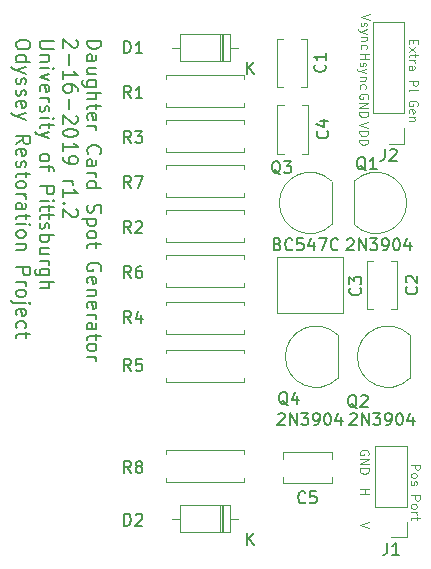
<source format=gbr>
G04 #@! TF.GenerationSoftware,KiCad,Pcbnew,(5.0.1)-3*
G04 #@! TF.CreationDate,2019-02-16T15:36:24-05:00*
G04 #@! TF.ProjectId,OdysseyDaughterCardSpotGenerator,4F647973736579446175676874657243,1.2*
G04 #@! TF.SameCoordinates,Original*
G04 #@! TF.FileFunction,Legend,Top*
G04 #@! TF.FilePolarity,Positive*
%FSLAX46Y46*%
G04 Gerber Fmt 4.6, Leading zero omitted, Abs format (unit mm)*
G04 Created by KiCad (PCBNEW (5.0.1)-3) date 2/16/2019 3:36:24 PM*
%MOMM*%
%LPD*%
G01*
G04 APERTURE LIST*
%ADD10C,0.100000*%
%ADD11C,0.200000*%
%ADD12C,0.120000*%
%ADD13C,0.150000*%
G04 APERTURE END LIST*
D10*
X154779214Y-87074500D02*
X154029214Y-87324500D01*
X154779214Y-87574500D01*
X154029214Y-87824500D02*
X154779214Y-87824500D01*
X154779214Y-88003071D01*
X154743500Y-88110214D01*
X154672071Y-88181642D01*
X154600642Y-88217357D01*
X154457785Y-88253071D01*
X154350642Y-88253071D01*
X154207785Y-88217357D01*
X154136357Y-88181642D01*
X154064928Y-88110214D01*
X154029214Y-88003071D01*
X154029214Y-87824500D01*
X154029214Y-88574500D02*
X154779214Y-88574500D01*
X154779214Y-88753071D01*
X154743500Y-88860214D01*
X154672071Y-88931642D01*
X154600642Y-88967357D01*
X154457785Y-89003071D01*
X154350642Y-89003071D01*
X154207785Y-88967357D01*
X154136357Y-88931642D01*
X154064928Y-88860214D01*
X154029214Y-88753071D01*
X154029214Y-88574500D01*
X154743500Y-85090071D02*
X154779214Y-85018642D01*
X154779214Y-84911500D01*
X154743500Y-84804357D01*
X154672071Y-84732928D01*
X154600642Y-84697214D01*
X154457785Y-84661500D01*
X154350642Y-84661500D01*
X154207785Y-84697214D01*
X154136357Y-84732928D01*
X154064928Y-84804357D01*
X154029214Y-84911500D01*
X154029214Y-84982928D01*
X154064928Y-85090071D01*
X154100642Y-85125785D01*
X154350642Y-85125785D01*
X154350642Y-84982928D01*
X154029214Y-85447214D02*
X154779214Y-85447214D01*
X154029214Y-85875785D01*
X154779214Y-85875785D01*
X154029214Y-86232928D02*
X154779214Y-86232928D01*
X154779214Y-86411500D01*
X154743500Y-86518642D01*
X154672071Y-86590071D01*
X154600642Y-86625785D01*
X154457785Y-86661500D01*
X154350642Y-86661500D01*
X154207785Y-86625785D01*
X154136357Y-86590071D01*
X154064928Y-86518642D01*
X154029214Y-86411500D01*
X154029214Y-86232928D01*
X154092714Y-81276214D02*
X154842714Y-81276214D01*
X154485571Y-81276214D02*
X154485571Y-81704785D01*
X154092714Y-81704785D02*
X154842714Y-81704785D01*
X154128428Y-82026214D02*
X154092714Y-82097642D01*
X154092714Y-82240500D01*
X154128428Y-82311928D01*
X154199857Y-82347642D01*
X154235571Y-82347642D01*
X154307000Y-82311928D01*
X154342714Y-82240500D01*
X154342714Y-82133357D01*
X154378428Y-82061928D01*
X154449857Y-82026214D01*
X154485571Y-82026214D01*
X154557000Y-82061928D01*
X154592714Y-82133357D01*
X154592714Y-82240500D01*
X154557000Y-82311928D01*
X154592714Y-82597642D02*
X154092714Y-82776214D01*
X154592714Y-82954785D02*
X154092714Y-82776214D01*
X153914142Y-82704785D01*
X153878428Y-82669071D01*
X153842714Y-82597642D01*
X154592714Y-83240500D02*
X154092714Y-83240500D01*
X154521285Y-83240500D02*
X154557000Y-83276214D01*
X154592714Y-83347642D01*
X154592714Y-83454785D01*
X154557000Y-83526214D01*
X154485571Y-83561928D01*
X154092714Y-83561928D01*
X154128428Y-84240500D02*
X154092714Y-84169071D01*
X154092714Y-84026214D01*
X154128428Y-83954785D01*
X154164142Y-83919071D01*
X154235571Y-83883357D01*
X154449857Y-83883357D01*
X154521285Y-83919071D01*
X154557000Y-83954785D01*
X154592714Y-84026214D01*
X154592714Y-84169071D01*
X154557000Y-84240500D01*
X154906214Y-77938500D02*
X154156214Y-78188500D01*
X154906214Y-78438500D01*
X154191928Y-78652785D02*
X154156214Y-78724214D01*
X154156214Y-78867071D01*
X154191928Y-78938500D01*
X154263357Y-78974214D01*
X154299071Y-78974214D01*
X154370500Y-78938500D01*
X154406214Y-78867071D01*
X154406214Y-78759928D01*
X154441928Y-78688500D01*
X154513357Y-78652785D01*
X154549071Y-78652785D01*
X154620500Y-78688500D01*
X154656214Y-78759928D01*
X154656214Y-78867071D01*
X154620500Y-78938500D01*
X154656214Y-79224214D02*
X154156214Y-79402785D01*
X154656214Y-79581357D02*
X154156214Y-79402785D01*
X153977642Y-79331357D01*
X153941928Y-79295642D01*
X153906214Y-79224214D01*
X154656214Y-79867071D02*
X154156214Y-79867071D01*
X154584785Y-79867071D02*
X154620500Y-79902785D01*
X154656214Y-79974214D01*
X154656214Y-80081357D01*
X154620500Y-80152785D01*
X154549071Y-80188500D01*
X154156214Y-80188500D01*
X154191928Y-80867071D02*
X154156214Y-80795642D01*
X154156214Y-80652785D01*
X154191928Y-80581357D01*
X154227642Y-80545642D01*
X154299071Y-80509928D01*
X154513357Y-80509928D01*
X154584785Y-80545642D01*
X154620500Y-80581357D01*
X154656214Y-80652785D01*
X154656214Y-80795642D01*
X154620500Y-80867071D01*
X158613071Y-80137428D02*
X158613071Y-80387428D01*
X158220214Y-80494571D02*
X158220214Y-80137428D01*
X158970214Y-80137428D01*
X158970214Y-80494571D01*
X158220214Y-80744571D02*
X158720214Y-81137428D01*
X158720214Y-80744571D02*
X158220214Y-81137428D01*
X158720214Y-81316000D02*
X158720214Y-81601714D01*
X158970214Y-81423142D02*
X158327357Y-81423142D01*
X158255928Y-81458857D01*
X158220214Y-81530285D01*
X158220214Y-81601714D01*
X158220214Y-81851714D02*
X158720214Y-81851714D01*
X158577357Y-81851714D02*
X158648785Y-81887428D01*
X158684500Y-81923142D01*
X158720214Y-81994571D01*
X158720214Y-82066000D01*
X158220214Y-82637428D02*
X158613071Y-82637428D01*
X158684500Y-82601714D01*
X158720214Y-82530285D01*
X158720214Y-82387428D01*
X158684500Y-82316000D01*
X158255928Y-82637428D02*
X158220214Y-82566000D01*
X158220214Y-82387428D01*
X158255928Y-82316000D01*
X158327357Y-82280285D01*
X158398785Y-82280285D01*
X158470214Y-82316000D01*
X158505928Y-82387428D01*
X158505928Y-82566000D01*
X158541642Y-82637428D01*
X158220214Y-83566000D02*
X158970214Y-83566000D01*
X158970214Y-83851714D01*
X158934500Y-83923142D01*
X158898785Y-83958857D01*
X158827357Y-83994571D01*
X158720214Y-83994571D01*
X158648785Y-83958857D01*
X158613071Y-83923142D01*
X158577357Y-83851714D01*
X158577357Y-83566000D01*
X158220214Y-84423142D02*
X158255928Y-84351714D01*
X158327357Y-84316000D01*
X158970214Y-84316000D01*
X158934500Y-85673142D02*
X158970214Y-85601714D01*
X158970214Y-85494571D01*
X158934500Y-85387428D01*
X158863071Y-85316000D01*
X158791642Y-85280285D01*
X158648785Y-85244571D01*
X158541642Y-85244571D01*
X158398785Y-85280285D01*
X158327357Y-85316000D01*
X158255928Y-85387428D01*
X158220214Y-85494571D01*
X158220214Y-85566000D01*
X158255928Y-85673142D01*
X158291642Y-85708857D01*
X158541642Y-85708857D01*
X158541642Y-85566000D01*
X158255928Y-86316000D02*
X158220214Y-86244571D01*
X158220214Y-86101714D01*
X158255928Y-86030285D01*
X158327357Y-85994571D01*
X158613071Y-85994571D01*
X158684500Y-86030285D01*
X158720214Y-86101714D01*
X158720214Y-86244571D01*
X158684500Y-86316000D01*
X158613071Y-86351714D01*
X158541642Y-86351714D01*
X158470214Y-85994571D01*
X158720214Y-86673142D02*
X158220214Y-86673142D01*
X158648785Y-86673142D02*
X158684500Y-86708857D01*
X158720214Y-86780285D01*
X158720214Y-86887428D01*
X158684500Y-86958857D01*
X158613071Y-86994571D01*
X158220214Y-86994571D01*
X154842714Y-120908000D02*
X154092714Y-121158000D01*
X154842714Y-121408000D01*
X154092714Y-118149714D02*
X154842714Y-118149714D01*
X154485571Y-118149714D02*
X154485571Y-118578285D01*
X154092714Y-118578285D02*
X154842714Y-118578285D01*
X154807000Y-115252571D02*
X154842714Y-115181142D01*
X154842714Y-115074000D01*
X154807000Y-114966857D01*
X154735571Y-114895428D01*
X154664142Y-114859714D01*
X154521285Y-114824000D01*
X154414142Y-114824000D01*
X154271285Y-114859714D01*
X154199857Y-114895428D01*
X154128428Y-114966857D01*
X154092714Y-115074000D01*
X154092714Y-115145428D01*
X154128428Y-115252571D01*
X154164142Y-115288285D01*
X154414142Y-115288285D01*
X154414142Y-115145428D01*
X154092714Y-115609714D02*
X154842714Y-115609714D01*
X154092714Y-116038285D01*
X154842714Y-116038285D01*
X154092714Y-116395428D02*
X154842714Y-116395428D01*
X154842714Y-116574000D01*
X154807000Y-116681142D01*
X154735571Y-116752571D01*
X154664142Y-116788285D01*
X154521285Y-116824000D01*
X154414142Y-116824000D01*
X154271285Y-116788285D01*
X154199857Y-116752571D01*
X154128428Y-116681142D01*
X154092714Y-116574000D01*
X154092714Y-116395428D01*
X158410714Y-116078285D02*
X159160714Y-116078285D01*
X159160714Y-116364000D01*
X159125000Y-116435428D01*
X159089285Y-116471142D01*
X159017857Y-116506857D01*
X158910714Y-116506857D01*
X158839285Y-116471142D01*
X158803571Y-116435428D01*
X158767857Y-116364000D01*
X158767857Y-116078285D01*
X158410714Y-116935428D02*
X158446428Y-116864000D01*
X158482142Y-116828285D01*
X158553571Y-116792571D01*
X158767857Y-116792571D01*
X158839285Y-116828285D01*
X158875000Y-116864000D01*
X158910714Y-116935428D01*
X158910714Y-117042571D01*
X158875000Y-117114000D01*
X158839285Y-117149714D01*
X158767857Y-117185428D01*
X158553571Y-117185428D01*
X158482142Y-117149714D01*
X158446428Y-117114000D01*
X158410714Y-117042571D01*
X158410714Y-116935428D01*
X158446428Y-117471142D02*
X158410714Y-117542571D01*
X158410714Y-117685428D01*
X158446428Y-117756857D01*
X158517857Y-117792571D01*
X158553571Y-117792571D01*
X158625000Y-117756857D01*
X158660714Y-117685428D01*
X158660714Y-117578285D01*
X158696428Y-117506857D01*
X158767857Y-117471142D01*
X158803571Y-117471142D01*
X158875000Y-117506857D01*
X158910714Y-117578285D01*
X158910714Y-117685428D01*
X158875000Y-117756857D01*
X158410714Y-118685428D02*
X159160714Y-118685428D01*
X159160714Y-118971142D01*
X159125000Y-119042571D01*
X159089285Y-119078285D01*
X159017857Y-119114000D01*
X158910714Y-119114000D01*
X158839285Y-119078285D01*
X158803571Y-119042571D01*
X158767857Y-118971142D01*
X158767857Y-118685428D01*
X158410714Y-119542571D02*
X158446428Y-119471142D01*
X158482142Y-119435428D01*
X158553571Y-119399714D01*
X158767857Y-119399714D01*
X158839285Y-119435428D01*
X158875000Y-119471142D01*
X158910714Y-119542571D01*
X158910714Y-119649714D01*
X158875000Y-119721142D01*
X158839285Y-119756857D01*
X158767857Y-119792571D01*
X158553571Y-119792571D01*
X158482142Y-119756857D01*
X158446428Y-119721142D01*
X158410714Y-119649714D01*
X158410714Y-119542571D01*
X158410714Y-120114000D02*
X158910714Y-120114000D01*
X158767857Y-120114000D02*
X158839285Y-120149714D01*
X158875000Y-120185428D01*
X158910714Y-120256857D01*
X158910714Y-120328285D01*
X158910714Y-120471142D02*
X158910714Y-120756857D01*
X159160714Y-120578285D02*
X158517857Y-120578285D01*
X158446428Y-120614000D01*
X158410714Y-120685428D01*
X158410714Y-120756857D01*
D11*
X130981142Y-80171714D02*
X132181142Y-80171714D01*
X132181142Y-80457428D01*
X132124000Y-80628857D01*
X132009714Y-80743142D01*
X131895428Y-80800285D01*
X131666857Y-80857428D01*
X131495428Y-80857428D01*
X131266857Y-80800285D01*
X131152571Y-80743142D01*
X131038285Y-80628857D01*
X130981142Y-80457428D01*
X130981142Y-80171714D01*
X130981142Y-81886000D02*
X131609714Y-81886000D01*
X131724000Y-81828857D01*
X131781142Y-81714571D01*
X131781142Y-81486000D01*
X131724000Y-81371714D01*
X131038285Y-81886000D02*
X130981142Y-81771714D01*
X130981142Y-81486000D01*
X131038285Y-81371714D01*
X131152571Y-81314571D01*
X131266857Y-81314571D01*
X131381142Y-81371714D01*
X131438285Y-81486000D01*
X131438285Y-81771714D01*
X131495428Y-81886000D01*
X131781142Y-82971714D02*
X130981142Y-82971714D01*
X131781142Y-82457428D02*
X131152571Y-82457428D01*
X131038285Y-82514571D01*
X130981142Y-82628857D01*
X130981142Y-82800285D01*
X131038285Y-82914571D01*
X131095428Y-82971714D01*
X131781142Y-84057428D02*
X130809714Y-84057428D01*
X130695428Y-84000285D01*
X130638285Y-83943142D01*
X130581142Y-83828857D01*
X130581142Y-83657428D01*
X130638285Y-83543142D01*
X131038285Y-84057428D02*
X130981142Y-83943142D01*
X130981142Y-83714571D01*
X131038285Y-83600285D01*
X131095428Y-83543142D01*
X131209714Y-83486000D01*
X131552571Y-83486000D01*
X131666857Y-83543142D01*
X131724000Y-83600285D01*
X131781142Y-83714571D01*
X131781142Y-83943142D01*
X131724000Y-84057428D01*
X130981142Y-84628857D02*
X132181142Y-84628857D01*
X130981142Y-85143142D02*
X131609714Y-85143142D01*
X131724000Y-85086000D01*
X131781142Y-84971714D01*
X131781142Y-84800285D01*
X131724000Y-84686000D01*
X131666857Y-84628857D01*
X131781142Y-85543142D02*
X131781142Y-86000285D01*
X132181142Y-85714571D02*
X131152571Y-85714571D01*
X131038285Y-85771714D01*
X130981142Y-85886000D01*
X130981142Y-86000285D01*
X131038285Y-86857428D02*
X130981142Y-86743142D01*
X130981142Y-86514571D01*
X131038285Y-86400285D01*
X131152571Y-86343142D01*
X131609714Y-86343142D01*
X131724000Y-86400285D01*
X131781142Y-86514571D01*
X131781142Y-86743142D01*
X131724000Y-86857428D01*
X131609714Y-86914571D01*
X131495428Y-86914571D01*
X131381142Y-86343142D01*
X130981142Y-87428857D02*
X131781142Y-87428857D01*
X131552571Y-87428857D02*
X131666857Y-87486000D01*
X131724000Y-87543142D01*
X131781142Y-87657428D01*
X131781142Y-87771714D01*
X131095428Y-89771714D02*
X131038285Y-89714571D01*
X130981142Y-89543142D01*
X130981142Y-89428857D01*
X131038285Y-89257428D01*
X131152571Y-89143142D01*
X131266857Y-89086000D01*
X131495428Y-89028857D01*
X131666857Y-89028857D01*
X131895428Y-89086000D01*
X132009714Y-89143142D01*
X132124000Y-89257428D01*
X132181142Y-89428857D01*
X132181142Y-89543142D01*
X132124000Y-89714571D01*
X132066857Y-89771714D01*
X130981142Y-90800285D02*
X131609714Y-90800285D01*
X131724000Y-90743142D01*
X131781142Y-90628857D01*
X131781142Y-90400285D01*
X131724000Y-90286000D01*
X131038285Y-90800285D02*
X130981142Y-90686000D01*
X130981142Y-90400285D01*
X131038285Y-90286000D01*
X131152571Y-90228857D01*
X131266857Y-90228857D01*
X131381142Y-90286000D01*
X131438285Y-90400285D01*
X131438285Y-90686000D01*
X131495428Y-90800285D01*
X130981142Y-91371714D02*
X131781142Y-91371714D01*
X131552571Y-91371714D02*
X131666857Y-91428857D01*
X131724000Y-91486000D01*
X131781142Y-91600285D01*
X131781142Y-91714571D01*
X130981142Y-92628857D02*
X132181142Y-92628857D01*
X131038285Y-92628857D02*
X130981142Y-92514571D01*
X130981142Y-92286000D01*
X131038285Y-92171714D01*
X131095428Y-92114571D01*
X131209714Y-92057428D01*
X131552571Y-92057428D01*
X131666857Y-92114571D01*
X131724000Y-92171714D01*
X131781142Y-92286000D01*
X131781142Y-92514571D01*
X131724000Y-92628857D01*
X131038285Y-94057428D02*
X130981142Y-94228857D01*
X130981142Y-94514571D01*
X131038285Y-94628857D01*
X131095428Y-94686000D01*
X131209714Y-94743142D01*
X131324000Y-94743142D01*
X131438285Y-94686000D01*
X131495428Y-94628857D01*
X131552571Y-94514571D01*
X131609714Y-94286000D01*
X131666857Y-94171714D01*
X131724000Y-94114571D01*
X131838285Y-94057428D01*
X131952571Y-94057428D01*
X132066857Y-94114571D01*
X132124000Y-94171714D01*
X132181142Y-94286000D01*
X132181142Y-94571714D01*
X132124000Y-94743142D01*
X131781142Y-95257428D02*
X130581142Y-95257428D01*
X131724000Y-95257428D02*
X131781142Y-95371714D01*
X131781142Y-95600285D01*
X131724000Y-95714571D01*
X131666857Y-95771714D01*
X131552571Y-95828857D01*
X131209714Y-95828857D01*
X131095428Y-95771714D01*
X131038285Y-95714571D01*
X130981142Y-95600285D01*
X130981142Y-95371714D01*
X131038285Y-95257428D01*
X130981142Y-96514571D02*
X131038285Y-96400285D01*
X131095428Y-96343142D01*
X131209714Y-96286000D01*
X131552571Y-96286000D01*
X131666857Y-96343142D01*
X131724000Y-96400285D01*
X131781142Y-96514571D01*
X131781142Y-96686000D01*
X131724000Y-96800285D01*
X131666857Y-96857428D01*
X131552571Y-96914571D01*
X131209714Y-96914571D01*
X131095428Y-96857428D01*
X131038285Y-96800285D01*
X130981142Y-96686000D01*
X130981142Y-96514571D01*
X131781142Y-97257428D02*
X131781142Y-97714571D01*
X132181142Y-97428857D02*
X131152571Y-97428857D01*
X131038285Y-97486000D01*
X130981142Y-97600285D01*
X130981142Y-97714571D01*
X132124000Y-99657428D02*
X132181142Y-99543142D01*
X132181142Y-99371714D01*
X132124000Y-99200285D01*
X132009714Y-99086000D01*
X131895428Y-99028857D01*
X131666857Y-98971714D01*
X131495428Y-98971714D01*
X131266857Y-99028857D01*
X131152571Y-99086000D01*
X131038285Y-99200285D01*
X130981142Y-99371714D01*
X130981142Y-99486000D01*
X131038285Y-99657428D01*
X131095428Y-99714571D01*
X131495428Y-99714571D01*
X131495428Y-99486000D01*
X131038285Y-100686000D02*
X130981142Y-100571714D01*
X130981142Y-100343142D01*
X131038285Y-100228857D01*
X131152571Y-100171714D01*
X131609714Y-100171714D01*
X131724000Y-100228857D01*
X131781142Y-100343142D01*
X131781142Y-100571714D01*
X131724000Y-100686000D01*
X131609714Y-100743142D01*
X131495428Y-100743142D01*
X131381142Y-100171714D01*
X131781142Y-101257428D02*
X130981142Y-101257428D01*
X131666857Y-101257428D02*
X131724000Y-101314571D01*
X131781142Y-101428857D01*
X131781142Y-101600285D01*
X131724000Y-101714571D01*
X131609714Y-101771714D01*
X130981142Y-101771714D01*
X131038285Y-102800285D02*
X130981142Y-102686000D01*
X130981142Y-102457428D01*
X131038285Y-102343142D01*
X131152571Y-102286000D01*
X131609714Y-102286000D01*
X131724000Y-102343142D01*
X131781142Y-102457428D01*
X131781142Y-102686000D01*
X131724000Y-102800285D01*
X131609714Y-102857428D01*
X131495428Y-102857428D01*
X131381142Y-102286000D01*
X130981142Y-103371714D02*
X131781142Y-103371714D01*
X131552571Y-103371714D02*
X131666857Y-103428857D01*
X131724000Y-103486000D01*
X131781142Y-103600285D01*
X131781142Y-103714571D01*
X130981142Y-104628857D02*
X131609714Y-104628857D01*
X131724000Y-104571714D01*
X131781142Y-104457428D01*
X131781142Y-104228857D01*
X131724000Y-104114571D01*
X131038285Y-104628857D02*
X130981142Y-104514571D01*
X130981142Y-104228857D01*
X131038285Y-104114571D01*
X131152571Y-104057428D01*
X131266857Y-104057428D01*
X131381142Y-104114571D01*
X131438285Y-104228857D01*
X131438285Y-104514571D01*
X131495428Y-104628857D01*
X131781142Y-105028857D02*
X131781142Y-105486000D01*
X132181142Y-105200285D02*
X131152571Y-105200285D01*
X131038285Y-105257428D01*
X130981142Y-105371714D01*
X130981142Y-105486000D01*
X130981142Y-106057428D02*
X131038285Y-105943142D01*
X131095428Y-105886000D01*
X131209714Y-105828857D01*
X131552571Y-105828857D01*
X131666857Y-105886000D01*
X131724000Y-105943142D01*
X131781142Y-106057428D01*
X131781142Y-106228857D01*
X131724000Y-106343142D01*
X131666857Y-106400285D01*
X131552571Y-106457428D01*
X131209714Y-106457428D01*
X131095428Y-106400285D01*
X131038285Y-106343142D01*
X130981142Y-106228857D01*
X130981142Y-106057428D01*
X130981142Y-106971714D02*
X131781142Y-106971714D01*
X131552571Y-106971714D02*
X131666857Y-107028857D01*
X131724000Y-107086000D01*
X131781142Y-107200285D01*
X131781142Y-107314571D01*
X130066857Y-80114571D02*
X130124000Y-80171714D01*
X130181142Y-80286000D01*
X130181142Y-80571714D01*
X130124000Y-80686000D01*
X130066857Y-80743142D01*
X129952571Y-80800285D01*
X129838285Y-80800285D01*
X129666857Y-80743142D01*
X128981142Y-80057428D01*
X128981142Y-80800285D01*
X129438285Y-81314571D02*
X129438285Y-82228857D01*
X128981142Y-83428857D02*
X128981142Y-82743142D01*
X128981142Y-83086000D02*
X130181142Y-83086000D01*
X130009714Y-82971714D01*
X129895428Y-82857428D01*
X129838285Y-82743142D01*
X130181142Y-84457428D02*
X130181142Y-84228857D01*
X130124000Y-84114571D01*
X130066857Y-84057428D01*
X129895428Y-83943142D01*
X129666857Y-83886000D01*
X129209714Y-83886000D01*
X129095428Y-83943142D01*
X129038285Y-84000285D01*
X128981142Y-84114571D01*
X128981142Y-84343142D01*
X129038285Y-84457428D01*
X129095428Y-84514571D01*
X129209714Y-84571714D01*
X129495428Y-84571714D01*
X129609714Y-84514571D01*
X129666857Y-84457428D01*
X129724000Y-84343142D01*
X129724000Y-84114571D01*
X129666857Y-84000285D01*
X129609714Y-83943142D01*
X129495428Y-83886000D01*
X129438285Y-85086000D02*
X129438285Y-86000285D01*
X130066857Y-86514571D02*
X130124000Y-86571714D01*
X130181142Y-86686000D01*
X130181142Y-86971714D01*
X130124000Y-87086000D01*
X130066857Y-87143142D01*
X129952571Y-87200285D01*
X129838285Y-87200285D01*
X129666857Y-87143142D01*
X128981142Y-86457428D01*
X128981142Y-87200285D01*
X130181142Y-87943142D02*
X130181142Y-88057428D01*
X130124000Y-88171714D01*
X130066857Y-88228857D01*
X129952571Y-88286000D01*
X129724000Y-88343142D01*
X129438285Y-88343142D01*
X129209714Y-88286000D01*
X129095428Y-88228857D01*
X129038285Y-88171714D01*
X128981142Y-88057428D01*
X128981142Y-87943142D01*
X129038285Y-87828857D01*
X129095428Y-87771714D01*
X129209714Y-87714571D01*
X129438285Y-87657428D01*
X129724000Y-87657428D01*
X129952571Y-87714571D01*
X130066857Y-87771714D01*
X130124000Y-87828857D01*
X130181142Y-87943142D01*
X128981142Y-89486000D02*
X128981142Y-88800285D01*
X128981142Y-89143142D02*
X130181142Y-89143142D01*
X130009714Y-89028857D01*
X129895428Y-88914571D01*
X129838285Y-88800285D01*
X128981142Y-90057428D02*
X128981142Y-90286000D01*
X129038285Y-90400285D01*
X129095428Y-90457428D01*
X129266857Y-90571714D01*
X129495428Y-90628857D01*
X129952571Y-90628857D01*
X130066857Y-90571714D01*
X130124000Y-90514571D01*
X130181142Y-90400285D01*
X130181142Y-90171714D01*
X130124000Y-90057428D01*
X130066857Y-90000285D01*
X129952571Y-89943142D01*
X129666857Y-89943142D01*
X129552571Y-90000285D01*
X129495428Y-90057428D01*
X129438285Y-90171714D01*
X129438285Y-90400285D01*
X129495428Y-90514571D01*
X129552571Y-90571714D01*
X129666857Y-90628857D01*
X128981142Y-92057428D02*
X129781142Y-92057428D01*
X129552571Y-92057428D02*
X129666857Y-92114571D01*
X129724000Y-92171714D01*
X129781142Y-92286000D01*
X129781142Y-92400285D01*
X128981142Y-93428857D02*
X128981142Y-92743142D01*
X128981142Y-93086000D02*
X130181142Y-93086000D01*
X130009714Y-92971714D01*
X129895428Y-92857428D01*
X129838285Y-92743142D01*
X129095428Y-93943142D02*
X129038285Y-94000285D01*
X128981142Y-93943142D01*
X129038285Y-93886000D01*
X129095428Y-93943142D01*
X128981142Y-93943142D01*
X130066857Y-94457428D02*
X130124000Y-94514571D01*
X130181142Y-94628857D01*
X130181142Y-94914571D01*
X130124000Y-95028857D01*
X130066857Y-95086000D01*
X129952571Y-95143142D01*
X129838285Y-95143142D01*
X129666857Y-95086000D01*
X128981142Y-94400285D01*
X128981142Y-95143142D01*
X128181142Y-80171714D02*
X127209714Y-80171714D01*
X127095428Y-80228857D01*
X127038285Y-80286000D01*
X126981142Y-80400285D01*
X126981142Y-80628857D01*
X127038285Y-80743142D01*
X127095428Y-80800285D01*
X127209714Y-80857428D01*
X128181142Y-80857428D01*
X127781142Y-81428857D02*
X126981142Y-81428857D01*
X127666857Y-81428857D02*
X127724000Y-81486000D01*
X127781142Y-81600285D01*
X127781142Y-81771714D01*
X127724000Y-81886000D01*
X127609714Y-81943142D01*
X126981142Y-81943142D01*
X126981142Y-82514571D02*
X127781142Y-82514571D01*
X128181142Y-82514571D02*
X128124000Y-82457428D01*
X128066857Y-82514571D01*
X128124000Y-82571714D01*
X128181142Y-82514571D01*
X128066857Y-82514571D01*
X127781142Y-82971714D02*
X126981142Y-83257428D01*
X127781142Y-83543142D01*
X127038285Y-84457428D02*
X126981142Y-84343142D01*
X126981142Y-84114571D01*
X127038285Y-84000285D01*
X127152571Y-83943142D01*
X127609714Y-83943142D01*
X127724000Y-84000285D01*
X127781142Y-84114571D01*
X127781142Y-84343142D01*
X127724000Y-84457428D01*
X127609714Y-84514571D01*
X127495428Y-84514571D01*
X127381142Y-83943142D01*
X126981142Y-85028857D02*
X127781142Y-85028857D01*
X127552571Y-85028857D02*
X127666857Y-85086000D01*
X127724000Y-85143142D01*
X127781142Y-85257428D01*
X127781142Y-85371714D01*
X127038285Y-85714571D02*
X126981142Y-85828857D01*
X126981142Y-86057428D01*
X127038285Y-86171714D01*
X127152571Y-86228857D01*
X127209714Y-86228857D01*
X127324000Y-86171714D01*
X127381142Y-86057428D01*
X127381142Y-85886000D01*
X127438285Y-85771714D01*
X127552571Y-85714571D01*
X127609714Y-85714571D01*
X127724000Y-85771714D01*
X127781142Y-85886000D01*
X127781142Y-86057428D01*
X127724000Y-86171714D01*
X126981142Y-86743142D02*
X127781142Y-86743142D01*
X128181142Y-86743142D02*
X128124000Y-86686000D01*
X128066857Y-86743142D01*
X128124000Y-86800285D01*
X128181142Y-86743142D01*
X128066857Y-86743142D01*
X127781142Y-87143142D02*
X127781142Y-87600285D01*
X128181142Y-87314571D02*
X127152571Y-87314571D01*
X127038285Y-87371714D01*
X126981142Y-87486000D01*
X126981142Y-87600285D01*
X127781142Y-87886000D02*
X126981142Y-88171714D01*
X127781142Y-88457428D02*
X126981142Y-88171714D01*
X126695428Y-88057428D01*
X126638285Y-88000285D01*
X126581142Y-87886000D01*
X126981142Y-90000285D02*
X127038285Y-89886000D01*
X127095428Y-89828857D01*
X127209714Y-89771714D01*
X127552571Y-89771714D01*
X127666857Y-89828857D01*
X127724000Y-89886000D01*
X127781142Y-90000285D01*
X127781142Y-90171714D01*
X127724000Y-90286000D01*
X127666857Y-90343142D01*
X127552571Y-90400285D01*
X127209714Y-90400285D01*
X127095428Y-90343142D01*
X127038285Y-90286000D01*
X126981142Y-90171714D01*
X126981142Y-90000285D01*
X127781142Y-90743142D02*
X127781142Y-91200285D01*
X126981142Y-90914571D02*
X128009714Y-90914571D01*
X128124000Y-90971714D01*
X128181142Y-91086000D01*
X128181142Y-91200285D01*
X126981142Y-92514571D02*
X128181142Y-92514571D01*
X128181142Y-92971714D01*
X128124000Y-93086000D01*
X128066857Y-93143142D01*
X127952571Y-93200285D01*
X127781142Y-93200285D01*
X127666857Y-93143142D01*
X127609714Y-93086000D01*
X127552571Y-92971714D01*
X127552571Y-92514571D01*
X126981142Y-93714571D02*
X127781142Y-93714571D01*
X128181142Y-93714571D02*
X128124000Y-93657428D01*
X128066857Y-93714571D01*
X128124000Y-93771714D01*
X128181142Y-93714571D01*
X128066857Y-93714571D01*
X127781142Y-94114571D02*
X127781142Y-94571714D01*
X128181142Y-94286000D02*
X127152571Y-94286000D01*
X127038285Y-94343142D01*
X126981142Y-94457428D01*
X126981142Y-94571714D01*
X127781142Y-94800285D02*
X127781142Y-95257428D01*
X128181142Y-94971714D02*
X127152571Y-94971714D01*
X127038285Y-95028857D01*
X126981142Y-95143142D01*
X126981142Y-95257428D01*
X127038285Y-95600285D02*
X126981142Y-95714571D01*
X126981142Y-95943142D01*
X127038285Y-96057428D01*
X127152571Y-96114571D01*
X127209714Y-96114571D01*
X127324000Y-96057428D01*
X127381142Y-95943142D01*
X127381142Y-95771714D01*
X127438285Y-95657428D01*
X127552571Y-95600285D01*
X127609714Y-95600285D01*
X127724000Y-95657428D01*
X127781142Y-95771714D01*
X127781142Y-95943142D01*
X127724000Y-96057428D01*
X126981142Y-96628857D02*
X128181142Y-96628857D01*
X127724000Y-96628857D02*
X127781142Y-96743142D01*
X127781142Y-96971714D01*
X127724000Y-97086000D01*
X127666857Y-97143142D01*
X127552571Y-97200285D01*
X127209714Y-97200285D01*
X127095428Y-97143142D01*
X127038285Y-97086000D01*
X126981142Y-96971714D01*
X126981142Y-96743142D01*
X127038285Y-96628857D01*
X127781142Y-98228857D02*
X126981142Y-98228857D01*
X127781142Y-97714571D02*
X127152571Y-97714571D01*
X127038285Y-97771714D01*
X126981142Y-97886000D01*
X126981142Y-98057428D01*
X127038285Y-98171714D01*
X127095428Y-98228857D01*
X126981142Y-98800285D02*
X127781142Y-98800285D01*
X127552571Y-98800285D02*
X127666857Y-98857428D01*
X127724000Y-98914571D01*
X127781142Y-99028857D01*
X127781142Y-99143142D01*
X127781142Y-100057428D02*
X126809714Y-100057428D01*
X126695428Y-100000285D01*
X126638285Y-99943142D01*
X126581142Y-99828857D01*
X126581142Y-99657428D01*
X126638285Y-99543142D01*
X127038285Y-100057428D02*
X126981142Y-99943142D01*
X126981142Y-99714571D01*
X127038285Y-99600285D01*
X127095428Y-99543142D01*
X127209714Y-99486000D01*
X127552571Y-99486000D01*
X127666857Y-99543142D01*
X127724000Y-99600285D01*
X127781142Y-99714571D01*
X127781142Y-99943142D01*
X127724000Y-100057428D01*
X126981142Y-100628857D02*
X128181142Y-100628857D01*
X126981142Y-101143142D02*
X127609714Y-101143142D01*
X127724000Y-101086000D01*
X127781142Y-100971714D01*
X127781142Y-100800285D01*
X127724000Y-100686000D01*
X127666857Y-100628857D01*
X126181142Y-80400285D02*
X126181142Y-80628857D01*
X126124000Y-80743142D01*
X126009714Y-80857428D01*
X125781142Y-80914571D01*
X125381142Y-80914571D01*
X125152571Y-80857428D01*
X125038285Y-80743142D01*
X124981142Y-80628857D01*
X124981142Y-80400285D01*
X125038285Y-80286000D01*
X125152571Y-80171714D01*
X125381142Y-80114571D01*
X125781142Y-80114571D01*
X126009714Y-80171714D01*
X126124000Y-80286000D01*
X126181142Y-80400285D01*
X124981142Y-81943142D02*
X126181142Y-81943142D01*
X125038285Y-81943142D02*
X124981142Y-81828857D01*
X124981142Y-81600285D01*
X125038285Y-81486000D01*
X125095428Y-81428857D01*
X125209714Y-81371714D01*
X125552571Y-81371714D01*
X125666857Y-81428857D01*
X125724000Y-81486000D01*
X125781142Y-81600285D01*
X125781142Y-81828857D01*
X125724000Y-81943142D01*
X125781142Y-82400285D02*
X124981142Y-82686000D01*
X125781142Y-82971714D02*
X124981142Y-82686000D01*
X124695428Y-82571714D01*
X124638285Y-82514571D01*
X124581142Y-82400285D01*
X125038285Y-83371714D02*
X124981142Y-83486000D01*
X124981142Y-83714571D01*
X125038285Y-83828857D01*
X125152571Y-83886000D01*
X125209714Y-83886000D01*
X125324000Y-83828857D01*
X125381142Y-83714571D01*
X125381142Y-83543142D01*
X125438285Y-83428857D01*
X125552571Y-83371714D01*
X125609714Y-83371714D01*
X125724000Y-83428857D01*
X125781142Y-83543142D01*
X125781142Y-83714571D01*
X125724000Y-83828857D01*
X125038285Y-84343142D02*
X124981142Y-84457428D01*
X124981142Y-84686000D01*
X125038285Y-84800285D01*
X125152571Y-84857428D01*
X125209714Y-84857428D01*
X125324000Y-84800285D01*
X125381142Y-84686000D01*
X125381142Y-84514571D01*
X125438285Y-84400285D01*
X125552571Y-84343142D01*
X125609714Y-84343142D01*
X125724000Y-84400285D01*
X125781142Y-84514571D01*
X125781142Y-84686000D01*
X125724000Y-84800285D01*
X125038285Y-85828857D02*
X124981142Y-85714571D01*
X124981142Y-85486000D01*
X125038285Y-85371714D01*
X125152571Y-85314571D01*
X125609714Y-85314571D01*
X125724000Y-85371714D01*
X125781142Y-85486000D01*
X125781142Y-85714571D01*
X125724000Y-85828857D01*
X125609714Y-85886000D01*
X125495428Y-85886000D01*
X125381142Y-85314571D01*
X125781142Y-86286000D02*
X124981142Y-86571714D01*
X125781142Y-86857428D02*
X124981142Y-86571714D01*
X124695428Y-86457428D01*
X124638285Y-86400285D01*
X124581142Y-86286000D01*
X124981142Y-88914571D02*
X125552571Y-88514571D01*
X124981142Y-88228857D02*
X126181142Y-88228857D01*
X126181142Y-88686000D01*
X126124000Y-88800285D01*
X126066857Y-88857428D01*
X125952571Y-88914571D01*
X125781142Y-88914571D01*
X125666857Y-88857428D01*
X125609714Y-88800285D01*
X125552571Y-88686000D01*
X125552571Y-88228857D01*
X125038285Y-89886000D02*
X124981142Y-89771714D01*
X124981142Y-89543142D01*
X125038285Y-89428857D01*
X125152571Y-89371714D01*
X125609714Y-89371714D01*
X125724000Y-89428857D01*
X125781142Y-89543142D01*
X125781142Y-89771714D01*
X125724000Y-89886000D01*
X125609714Y-89943142D01*
X125495428Y-89943142D01*
X125381142Y-89371714D01*
X125038285Y-90400285D02*
X124981142Y-90514571D01*
X124981142Y-90743142D01*
X125038285Y-90857428D01*
X125152571Y-90914571D01*
X125209714Y-90914571D01*
X125324000Y-90857428D01*
X125381142Y-90743142D01*
X125381142Y-90571714D01*
X125438285Y-90457428D01*
X125552571Y-90400285D01*
X125609714Y-90400285D01*
X125724000Y-90457428D01*
X125781142Y-90571714D01*
X125781142Y-90743142D01*
X125724000Y-90857428D01*
X125781142Y-91257428D02*
X125781142Y-91714571D01*
X126181142Y-91428857D02*
X125152571Y-91428857D01*
X125038285Y-91486000D01*
X124981142Y-91600285D01*
X124981142Y-91714571D01*
X124981142Y-92286000D02*
X125038285Y-92171714D01*
X125095428Y-92114571D01*
X125209714Y-92057428D01*
X125552571Y-92057428D01*
X125666857Y-92114571D01*
X125724000Y-92171714D01*
X125781142Y-92286000D01*
X125781142Y-92457428D01*
X125724000Y-92571714D01*
X125666857Y-92628857D01*
X125552571Y-92686000D01*
X125209714Y-92686000D01*
X125095428Y-92628857D01*
X125038285Y-92571714D01*
X124981142Y-92457428D01*
X124981142Y-92286000D01*
X124981142Y-93200285D02*
X125781142Y-93200285D01*
X125552571Y-93200285D02*
X125666857Y-93257428D01*
X125724000Y-93314571D01*
X125781142Y-93428857D01*
X125781142Y-93543142D01*
X124981142Y-94457428D02*
X125609714Y-94457428D01*
X125724000Y-94400285D01*
X125781142Y-94286000D01*
X125781142Y-94057428D01*
X125724000Y-93943142D01*
X125038285Y-94457428D02*
X124981142Y-94343142D01*
X124981142Y-94057428D01*
X125038285Y-93943142D01*
X125152571Y-93886000D01*
X125266857Y-93886000D01*
X125381142Y-93943142D01*
X125438285Y-94057428D01*
X125438285Y-94343142D01*
X125495428Y-94457428D01*
X125781142Y-94857428D02*
X125781142Y-95314571D01*
X126181142Y-95028857D02*
X125152571Y-95028857D01*
X125038285Y-95086000D01*
X124981142Y-95200285D01*
X124981142Y-95314571D01*
X124981142Y-95714571D02*
X125781142Y-95714571D01*
X126181142Y-95714571D02*
X126124000Y-95657428D01*
X126066857Y-95714571D01*
X126124000Y-95771714D01*
X126181142Y-95714571D01*
X126066857Y-95714571D01*
X124981142Y-96457428D02*
X125038285Y-96343142D01*
X125095428Y-96286000D01*
X125209714Y-96228857D01*
X125552571Y-96228857D01*
X125666857Y-96286000D01*
X125724000Y-96343142D01*
X125781142Y-96457428D01*
X125781142Y-96628857D01*
X125724000Y-96743142D01*
X125666857Y-96800285D01*
X125552571Y-96857428D01*
X125209714Y-96857428D01*
X125095428Y-96800285D01*
X125038285Y-96743142D01*
X124981142Y-96628857D01*
X124981142Y-96457428D01*
X125781142Y-97371714D02*
X124981142Y-97371714D01*
X125666857Y-97371714D02*
X125724000Y-97428857D01*
X125781142Y-97543142D01*
X125781142Y-97714571D01*
X125724000Y-97828857D01*
X125609714Y-97886000D01*
X124981142Y-97886000D01*
X124981142Y-99371714D02*
X126181142Y-99371714D01*
X126181142Y-99828857D01*
X126124000Y-99943142D01*
X126066857Y-100000285D01*
X125952571Y-100057428D01*
X125781142Y-100057428D01*
X125666857Y-100000285D01*
X125609714Y-99943142D01*
X125552571Y-99828857D01*
X125552571Y-99371714D01*
X124981142Y-100571714D02*
X125781142Y-100571714D01*
X125552571Y-100571714D02*
X125666857Y-100628857D01*
X125724000Y-100686000D01*
X125781142Y-100800285D01*
X125781142Y-100914571D01*
X124981142Y-101486000D02*
X125038285Y-101371714D01*
X125095428Y-101314571D01*
X125209714Y-101257428D01*
X125552571Y-101257428D01*
X125666857Y-101314571D01*
X125724000Y-101371714D01*
X125781142Y-101486000D01*
X125781142Y-101657428D01*
X125724000Y-101771714D01*
X125666857Y-101828857D01*
X125552571Y-101886000D01*
X125209714Y-101886000D01*
X125095428Y-101828857D01*
X125038285Y-101771714D01*
X124981142Y-101657428D01*
X124981142Y-101486000D01*
X125781142Y-102400285D02*
X124752571Y-102400285D01*
X124638285Y-102343142D01*
X124581142Y-102228857D01*
X124581142Y-102171714D01*
X126181142Y-102400285D02*
X126124000Y-102343142D01*
X126066857Y-102400285D01*
X126124000Y-102457428D01*
X126181142Y-102400285D01*
X126066857Y-102400285D01*
X125038285Y-103428857D02*
X124981142Y-103314571D01*
X124981142Y-103086000D01*
X125038285Y-102971714D01*
X125152571Y-102914571D01*
X125609714Y-102914571D01*
X125724000Y-102971714D01*
X125781142Y-103086000D01*
X125781142Y-103314571D01*
X125724000Y-103428857D01*
X125609714Y-103486000D01*
X125495428Y-103486000D01*
X125381142Y-102914571D01*
X125038285Y-104514571D02*
X124981142Y-104400285D01*
X124981142Y-104171714D01*
X125038285Y-104057428D01*
X125095428Y-104000285D01*
X125209714Y-103943142D01*
X125552571Y-103943142D01*
X125666857Y-104000285D01*
X125724000Y-104057428D01*
X125781142Y-104171714D01*
X125781142Y-104400285D01*
X125724000Y-104514571D01*
X125781142Y-104857428D02*
X125781142Y-105314571D01*
X126181142Y-105028857D02*
X125152571Y-105028857D01*
X125038285Y-105086000D01*
X124981142Y-105200285D01*
X124981142Y-105314571D01*
D12*
G04 #@! TO.C,C4*
X149710000Y-85613500D02*
X149710000Y-89733500D01*
X147090000Y-85613500D02*
X147090000Y-89733500D01*
X149710000Y-85613500D02*
X149150000Y-85613500D01*
X147650000Y-85613500D02*
X147090000Y-85613500D01*
X149710000Y-89733500D02*
X149150000Y-89733500D01*
X147650000Y-89733500D02*
X147090000Y-89733500D01*
G04 #@! TO.C,Q1*
X153609522Y-95754978D02*
G75*
G03X158048000Y-93916500I1838478J1838478D01*
G01*
X153609522Y-92078022D02*
G75*
G02X158048000Y-93916500I1838478J-1838478D01*
G01*
X153598000Y-92116500D02*
X153598000Y-95716500D01*
G04 #@! TO.C,C3*
X147050000Y-103218000D02*
X147050000Y-98498000D01*
X152670000Y-103218000D02*
X152670000Y-98498000D01*
X147050000Y-103218000D02*
X152670000Y-103218000D01*
X147050000Y-98498000D02*
X152670000Y-98498000D01*
G04 #@! TO.C,Q3*
X151710000Y-95716500D02*
X151710000Y-92116500D01*
X151698478Y-95754978D02*
G75*
G02X147260000Y-93916500I-1838478J1838478D01*
G01*
X151698478Y-92078022D02*
G75*
G03X147260000Y-93916500I-1838478J-1838478D01*
G01*
G04 #@! TO.C,R1*
X144240000Y-85495000D02*
X144240000Y-85825000D01*
X144240000Y-85825000D02*
X137700000Y-85825000D01*
X137700000Y-85825000D02*
X137700000Y-85495000D01*
X144240000Y-83415000D02*
X144240000Y-83085000D01*
X144240000Y-83085000D02*
X137700000Y-83085000D01*
X137700000Y-83085000D02*
X137700000Y-83415000D01*
G04 #@! TO.C,R2*
X144240000Y-97255000D02*
X144240000Y-96925000D01*
X137700000Y-97255000D02*
X144240000Y-97255000D01*
X137700000Y-96925000D02*
X137700000Y-97255000D01*
X144240000Y-94515000D02*
X144240000Y-94845000D01*
X137700000Y-94515000D02*
X144240000Y-94515000D01*
X137700000Y-94845000D02*
X137700000Y-94515000D01*
G04 #@! TO.C,R3*
X144240000Y-89635000D02*
X144240000Y-89305000D01*
X137700000Y-89635000D02*
X144240000Y-89635000D01*
X137700000Y-89305000D02*
X137700000Y-89635000D01*
X144240000Y-86895000D02*
X144240000Y-87225000D01*
X137700000Y-86895000D02*
X144240000Y-86895000D01*
X137700000Y-87225000D02*
X137700000Y-86895000D01*
G04 #@! TO.C,R6*
X144240000Y-100735000D02*
X144240000Y-101065000D01*
X144240000Y-101065000D02*
X137700000Y-101065000D01*
X137700000Y-101065000D02*
X137700000Y-100735000D01*
X144240000Y-98655000D02*
X144240000Y-98325000D01*
X144240000Y-98325000D02*
X137700000Y-98325000D01*
X137700000Y-98325000D02*
X137700000Y-98655000D01*
G04 #@! TO.C,R7*
X144240000Y-93115000D02*
X144240000Y-93445000D01*
X144240000Y-93445000D02*
X137700000Y-93445000D01*
X137700000Y-93445000D02*
X137700000Y-93115000D01*
X144240000Y-91035000D02*
X144240000Y-90705000D01*
X144240000Y-90705000D02*
X137700000Y-90705000D01*
X137700000Y-90705000D02*
X137700000Y-91035000D01*
G04 #@! TO.C,C1*
X147026000Y-84122000D02*
X147026000Y-80002000D01*
X149646000Y-84122000D02*
X149646000Y-80002000D01*
X147026000Y-84122000D02*
X147586000Y-84122000D01*
X149086000Y-84122000D02*
X149646000Y-84122000D01*
X147026000Y-80002000D02*
X147586000Y-80002000D01*
X149086000Y-80002000D02*
X149646000Y-80002000D01*
G04 #@! TO.C,C2*
X156706000Y-98798000D02*
X157266000Y-98798000D01*
X154646000Y-98798000D02*
X155206000Y-98798000D01*
X156706000Y-102918000D02*
X157266000Y-102918000D01*
X154646000Y-102918000D02*
X155206000Y-102918000D01*
X157266000Y-102918000D02*
X157266000Y-98798000D01*
X154646000Y-102918000D02*
X154646000Y-98798000D01*
G04 #@! TO.C,C5*
X147566000Y-115582000D02*
X147566000Y-115022000D01*
X147566000Y-117642000D02*
X147566000Y-117082000D01*
X151686000Y-115582000D02*
X151686000Y-115022000D01*
X151686000Y-117642000D02*
X151686000Y-117082000D01*
X151686000Y-115022000D02*
X147566000Y-115022000D01*
X151686000Y-117642000D02*
X147566000Y-117642000D01*
G04 #@! TO.C,D1*
X142490000Y-81892000D02*
X142490000Y-79652000D01*
X142250000Y-81892000D02*
X142250000Y-79652000D01*
X142370000Y-81892000D02*
X142370000Y-79652000D01*
X138200000Y-80772000D02*
X138850000Y-80772000D01*
X143740000Y-80772000D02*
X143090000Y-80772000D01*
X138850000Y-81892000D02*
X143090000Y-81892000D01*
X138850000Y-79652000D02*
X138850000Y-81892000D01*
X143090000Y-79652000D02*
X138850000Y-79652000D01*
X143090000Y-81892000D02*
X143090000Y-79652000D01*
G04 #@! TO.C,D2*
X143090000Y-121770000D02*
X143090000Y-119530000D01*
X143090000Y-119530000D02*
X138850000Y-119530000D01*
X138850000Y-119530000D02*
X138850000Y-121770000D01*
X138850000Y-121770000D02*
X143090000Y-121770000D01*
X143740000Y-120650000D02*
X143090000Y-120650000D01*
X138200000Y-120650000D02*
X138850000Y-120650000D01*
X142370000Y-121770000D02*
X142370000Y-119530000D01*
X142250000Y-121770000D02*
X142250000Y-119530000D01*
X142490000Y-121770000D02*
X142490000Y-119530000D01*
G04 #@! TO.C,Q2*
X158314000Y-108734000D02*
X158314000Y-105134000D01*
X158302478Y-108772478D02*
G75*
G02X153864000Y-106934000I-1838478J1838478D01*
G01*
X158302478Y-105095522D02*
G75*
G03X153864000Y-106934000I-1838478J-1838478D01*
G01*
G04 #@! TO.C,Q4*
X152206478Y-105095522D02*
G75*
G03X147768000Y-106934000I-1838478J-1838478D01*
G01*
X152206478Y-108772478D02*
G75*
G02X147768000Y-106934000I-1838478J1838478D01*
G01*
X152218000Y-108734000D02*
X152218000Y-105134000D01*
G04 #@! TO.C,R4*
X137700000Y-102592000D02*
X137700000Y-102262000D01*
X137700000Y-102262000D02*
X144240000Y-102262000D01*
X144240000Y-102262000D02*
X144240000Y-102592000D01*
X137700000Y-104672000D02*
X137700000Y-105002000D01*
X137700000Y-105002000D02*
X144240000Y-105002000D01*
X144240000Y-105002000D02*
X144240000Y-104672000D01*
G04 #@! TO.C,R5*
X137700000Y-106326000D02*
X137700000Y-106656000D01*
X144240000Y-106326000D02*
X137700000Y-106326000D01*
X144240000Y-106656000D02*
X144240000Y-106326000D01*
X137700000Y-109066000D02*
X137700000Y-108736000D01*
X144240000Y-109066000D02*
X137700000Y-109066000D01*
X144240000Y-108736000D02*
X144240000Y-109066000D01*
G04 #@! TO.C,R8*
X137700000Y-114835000D02*
X137700000Y-115165000D01*
X144240000Y-114835000D02*
X137700000Y-114835000D01*
X144240000Y-115165000D02*
X144240000Y-114835000D01*
X137700000Y-117575000D02*
X137700000Y-117245000D01*
X144240000Y-117575000D02*
X137700000Y-117575000D01*
X144240000Y-117245000D02*
X144240000Y-117575000D01*
G04 #@! TO.C,J1*
X158048000Y-114494000D02*
X155388000Y-114494000D01*
X158048000Y-119634000D02*
X158048000Y-114494000D01*
X155388000Y-119634000D02*
X155388000Y-114494000D01*
X158048000Y-119634000D02*
X155388000Y-119634000D01*
X158048000Y-120904000D02*
X158048000Y-122234000D01*
X158048000Y-122234000D02*
X156718000Y-122234000D01*
G04 #@! TO.C,J2*
X157858000Y-78616500D02*
X155198000Y-78616500D01*
X157858000Y-86296500D02*
X157858000Y-78616500D01*
X155198000Y-86296500D02*
X155198000Y-78616500D01*
X157858000Y-86296500D02*
X155198000Y-86296500D01*
X157858000Y-87566500D02*
X157858000Y-88896500D01*
X157858000Y-88896500D02*
X156528000Y-88896500D01*
G04 #@! TO.C,C4*
D13*
X151317142Y-87840166D02*
X151364761Y-87887785D01*
X151412380Y-88030642D01*
X151412380Y-88125880D01*
X151364761Y-88268738D01*
X151269523Y-88363976D01*
X151174285Y-88411595D01*
X150983809Y-88459214D01*
X150840952Y-88459214D01*
X150650476Y-88411595D01*
X150555238Y-88363976D01*
X150460000Y-88268738D01*
X150412380Y-88125880D01*
X150412380Y-88030642D01*
X150460000Y-87887785D01*
X150507619Y-87840166D01*
X150745714Y-86983023D02*
X151412380Y-86983023D01*
X150364761Y-87221119D02*
X151079047Y-87459214D01*
X151079047Y-86840166D01*
G04 #@! TO.C,Q1*
X154590761Y-91162119D02*
X154495523Y-91114500D01*
X154400285Y-91019261D01*
X154257428Y-90876404D01*
X154162190Y-90828785D01*
X154066952Y-90828785D01*
X154114571Y-91066880D02*
X154019333Y-91019261D01*
X153924095Y-90924023D01*
X153876476Y-90733547D01*
X153876476Y-90400214D01*
X153924095Y-90209738D01*
X154019333Y-90114500D01*
X154114571Y-90066880D01*
X154305047Y-90066880D01*
X154400285Y-90114500D01*
X154495523Y-90209738D01*
X154543142Y-90400214D01*
X154543142Y-90733547D01*
X154495523Y-90924023D01*
X154400285Y-91019261D01*
X154305047Y-91066880D01*
X154114571Y-91066880D01*
X155495523Y-91066880D02*
X154924095Y-91066880D01*
X155209809Y-91066880D02*
X155209809Y-90066880D01*
X155114571Y-90209738D01*
X155019333Y-90304976D01*
X154924095Y-90352595D01*
X152987714Y-97020119D02*
X153035333Y-96972500D01*
X153130571Y-96924880D01*
X153368666Y-96924880D01*
X153463904Y-96972500D01*
X153511523Y-97020119D01*
X153559142Y-97115357D01*
X153559142Y-97210595D01*
X153511523Y-97353452D01*
X152940095Y-97924880D01*
X153559142Y-97924880D01*
X153987714Y-97924880D02*
X153987714Y-96924880D01*
X154559142Y-97924880D01*
X154559142Y-96924880D01*
X154940095Y-96924880D02*
X155559142Y-96924880D01*
X155225809Y-97305833D01*
X155368666Y-97305833D01*
X155463904Y-97353452D01*
X155511523Y-97401071D01*
X155559142Y-97496309D01*
X155559142Y-97734404D01*
X155511523Y-97829642D01*
X155463904Y-97877261D01*
X155368666Y-97924880D01*
X155082952Y-97924880D01*
X154987714Y-97877261D01*
X154940095Y-97829642D01*
X156035333Y-97924880D02*
X156225809Y-97924880D01*
X156321047Y-97877261D01*
X156368666Y-97829642D01*
X156463904Y-97686785D01*
X156511523Y-97496309D01*
X156511523Y-97115357D01*
X156463904Y-97020119D01*
X156416285Y-96972500D01*
X156321047Y-96924880D01*
X156130571Y-96924880D01*
X156035333Y-96972500D01*
X155987714Y-97020119D01*
X155940095Y-97115357D01*
X155940095Y-97353452D01*
X155987714Y-97448690D01*
X156035333Y-97496309D01*
X156130571Y-97543928D01*
X156321047Y-97543928D01*
X156416285Y-97496309D01*
X156463904Y-97448690D01*
X156511523Y-97353452D01*
X157130571Y-96924880D02*
X157225809Y-96924880D01*
X157321047Y-96972500D01*
X157368666Y-97020119D01*
X157416285Y-97115357D01*
X157463904Y-97305833D01*
X157463904Y-97543928D01*
X157416285Y-97734404D01*
X157368666Y-97829642D01*
X157321047Y-97877261D01*
X157225809Y-97924880D01*
X157130571Y-97924880D01*
X157035333Y-97877261D01*
X156987714Y-97829642D01*
X156940095Y-97734404D01*
X156892476Y-97543928D01*
X156892476Y-97305833D01*
X156940095Y-97115357D01*
X156987714Y-97020119D01*
X157035333Y-96972500D01*
X157130571Y-96924880D01*
X158321047Y-97258214D02*
X158321047Y-97924880D01*
X158082952Y-96877261D02*
X157844857Y-97591547D01*
X158463904Y-97591547D01*
G04 #@! TO.C,C3*
X154090642Y-101131666D02*
X154138261Y-101179285D01*
X154185880Y-101322142D01*
X154185880Y-101417380D01*
X154138261Y-101560238D01*
X154043023Y-101655476D01*
X153947785Y-101703095D01*
X153757309Y-101750714D01*
X153614452Y-101750714D01*
X153423976Y-101703095D01*
X153328738Y-101655476D01*
X153233500Y-101560238D01*
X153185880Y-101417380D01*
X153185880Y-101322142D01*
X153233500Y-101179285D01*
X153281119Y-101131666D01*
X153185880Y-100798333D02*
X153185880Y-100179285D01*
X153566833Y-100512619D01*
X153566833Y-100369761D01*
X153614452Y-100274523D01*
X153662071Y-100226904D01*
X153757309Y-100179285D01*
X153995404Y-100179285D01*
X154090642Y-100226904D01*
X154138261Y-100274523D01*
X154185880Y-100369761D01*
X154185880Y-100655476D01*
X154138261Y-100750714D01*
X154090642Y-100798333D01*
G04 #@! TO.C,Q3*
X147351761Y-91479619D02*
X147256523Y-91432000D01*
X147161285Y-91336761D01*
X147018428Y-91193904D01*
X146923190Y-91146285D01*
X146827952Y-91146285D01*
X146875571Y-91384380D02*
X146780333Y-91336761D01*
X146685095Y-91241523D01*
X146637476Y-91051047D01*
X146637476Y-90717714D01*
X146685095Y-90527238D01*
X146780333Y-90432000D01*
X146875571Y-90384380D01*
X147066047Y-90384380D01*
X147161285Y-90432000D01*
X147256523Y-90527238D01*
X147304142Y-90717714D01*
X147304142Y-91051047D01*
X147256523Y-91241523D01*
X147161285Y-91336761D01*
X147066047Y-91384380D01*
X146875571Y-91384380D01*
X147637476Y-90384380D02*
X148256523Y-90384380D01*
X147923190Y-90765333D01*
X148066047Y-90765333D01*
X148161285Y-90812952D01*
X148208904Y-90860571D01*
X148256523Y-90955809D01*
X148256523Y-91193904D01*
X148208904Y-91289142D01*
X148161285Y-91336761D01*
X148066047Y-91384380D01*
X147780333Y-91384380D01*
X147685095Y-91336761D01*
X147637476Y-91289142D01*
X147121857Y-97401071D02*
X147264714Y-97448690D01*
X147312333Y-97496309D01*
X147359952Y-97591547D01*
X147359952Y-97734404D01*
X147312333Y-97829642D01*
X147264714Y-97877261D01*
X147169476Y-97924880D01*
X146788523Y-97924880D01*
X146788523Y-96924880D01*
X147121857Y-96924880D01*
X147217095Y-96972500D01*
X147264714Y-97020119D01*
X147312333Y-97115357D01*
X147312333Y-97210595D01*
X147264714Y-97305833D01*
X147217095Y-97353452D01*
X147121857Y-97401071D01*
X146788523Y-97401071D01*
X148359952Y-97829642D02*
X148312333Y-97877261D01*
X148169476Y-97924880D01*
X148074238Y-97924880D01*
X147931380Y-97877261D01*
X147836142Y-97782023D01*
X147788523Y-97686785D01*
X147740904Y-97496309D01*
X147740904Y-97353452D01*
X147788523Y-97162976D01*
X147836142Y-97067738D01*
X147931380Y-96972500D01*
X148074238Y-96924880D01*
X148169476Y-96924880D01*
X148312333Y-96972500D01*
X148359952Y-97020119D01*
X149264714Y-96924880D02*
X148788523Y-96924880D01*
X148740904Y-97401071D01*
X148788523Y-97353452D01*
X148883761Y-97305833D01*
X149121857Y-97305833D01*
X149217095Y-97353452D01*
X149264714Y-97401071D01*
X149312333Y-97496309D01*
X149312333Y-97734404D01*
X149264714Y-97829642D01*
X149217095Y-97877261D01*
X149121857Y-97924880D01*
X148883761Y-97924880D01*
X148788523Y-97877261D01*
X148740904Y-97829642D01*
X150169476Y-97258214D02*
X150169476Y-97924880D01*
X149931380Y-96877261D02*
X149693285Y-97591547D01*
X150312333Y-97591547D01*
X150598047Y-96924880D02*
X151264714Y-96924880D01*
X150836142Y-97924880D01*
X152217095Y-97829642D02*
X152169476Y-97877261D01*
X152026619Y-97924880D01*
X151931380Y-97924880D01*
X151788523Y-97877261D01*
X151693285Y-97782023D01*
X151645666Y-97686785D01*
X151598047Y-97496309D01*
X151598047Y-97353452D01*
X151645666Y-97162976D01*
X151693285Y-97067738D01*
X151788523Y-96972500D01*
X151931380Y-96924880D01*
X152026619Y-96924880D01*
X152169476Y-96972500D01*
X152217095Y-97020119D01*
G04 #@! TO.C,R1*
X134707333Y-85034380D02*
X134374000Y-84558190D01*
X134135904Y-85034380D02*
X134135904Y-84034380D01*
X134516857Y-84034380D01*
X134612095Y-84082000D01*
X134659714Y-84129619D01*
X134707333Y-84224857D01*
X134707333Y-84367714D01*
X134659714Y-84462952D01*
X134612095Y-84510571D01*
X134516857Y-84558190D01*
X134135904Y-84558190D01*
X135659714Y-85034380D02*
X135088285Y-85034380D01*
X135374000Y-85034380D02*
X135374000Y-84034380D01*
X135278761Y-84177238D01*
X135183523Y-84272476D01*
X135088285Y-84320095D01*
G04 #@! TO.C,R2*
X134707333Y-96464380D02*
X134374000Y-95988190D01*
X134135904Y-96464380D02*
X134135904Y-95464380D01*
X134516857Y-95464380D01*
X134612095Y-95512000D01*
X134659714Y-95559619D01*
X134707333Y-95654857D01*
X134707333Y-95797714D01*
X134659714Y-95892952D01*
X134612095Y-95940571D01*
X134516857Y-95988190D01*
X134135904Y-95988190D01*
X135088285Y-95559619D02*
X135135904Y-95512000D01*
X135231142Y-95464380D01*
X135469238Y-95464380D01*
X135564476Y-95512000D01*
X135612095Y-95559619D01*
X135659714Y-95654857D01*
X135659714Y-95750095D01*
X135612095Y-95892952D01*
X135040666Y-96464380D01*
X135659714Y-96464380D01*
G04 #@! TO.C,R3*
X134707333Y-88844380D02*
X134374000Y-88368190D01*
X134135904Y-88844380D02*
X134135904Y-87844380D01*
X134516857Y-87844380D01*
X134612095Y-87892000D01*
X134659714Y-87939619D01*
X134707333Y-88034857D01*
X134707333Y-88177714D01*
X134659714Y-88272952D01*
X134612095Y-88320571D01*
X134516857Y-88368190D01*
X134135904Y-88368190D01*
X135040666Y-87844380D02*
X135659714Y-87844380D01*
X135326380Y-88225333D01*
X135469238Y-88225333D01*
X135564476Y-88272952D01*
X135612095Y-88320571D01*
X135659714Y-88415809D01*
X135659714Y-88653904D01*
X135612095Y-88749142D01*
X135564476Y-88796761D01*
X135469238Y-88844380D01*
X135183523Y-88844380D01*
X135088285Y-88796761D01*
X135040666Y-88749142D01*
G04 #@! TO.C,R6*
X134707333Y-100274380D02*
X134374000Y-99798190D01*
X134135904Y-100274380D02*
X134135904Y-99274380D01*
X134516857Y-99274380D01*
X134612095Y-99322000D01*
X134659714Y-99369619D01*
X134707333Y-99464857D01*
X134707333Y-99607714D01*
X134659714Y-99702952D01*
X134612095Y-99750571D01*
X134516857Y-99798190D01*
X134135904Y-99798190D01*
X135564476Y-99274380D02*
X135374000Y-99274380D01*
X135278761Y-99322000D01*
X135231142Y-99369619D01*
X135135904Y-99512476D01*
X135088285Y-99702952D01*
X135088285Y-100083904D01*
X135135904Y-100179142D01*
X135183523Y-100226761D01*
X135278761Y-100274380D01*
X135469238Y-100274380D01*
X135564476Y-100226761D01*
X135612095Y-100179142D01*
X135659714Y-100083904D01*
X135659714Y-99845809D01*
X135612095Y-99750571D01*
X135564476Y-99702952D01*
X135469238Y-99655333D01*
X135278761Y-99655333D01*
X135183523Y-99702952D01*
X135135904Y-99750571D01*
X135088285Y-99845809D01*
G04 #@! TO.C,R7*
X134707333Y-92654380D02*
X134374000Y-92178190D01*
X134135904Y-92654380D02*
X134135904Y-91654380D01*
X134516857Y-91654380D01*
X134612095Y-91702000D01*
X134659714Y-91749619D01*
X134707333Y-91844857D01*
X134707333Y-91987714D01*
X134659714Y-92082952D01*
X134612095Y-92130571D01*
X134516857Y-92178190D01*
X134135904Y-92178190D01*
X135040666Y-91654380D02*
X135707333Y-91654380D01*
X135278761Y-92654380D01*
G04 #@! TO.C,C1*
X151106142Y-82208666D02*
X151153761Y-82256285D01*
X151201380Y-82399142D01*
X151201380Y-82494380D01*
X151153761Y-82637238D01*
X151058523Y-82732476D01*
X150963285Y-82780095D01*
X150772809Y-82827714D01*
X150629952Y-82827714D01*
X150439476Y-82780095D01*
X150344238Y-82732476D01*
X150249000Y-82637238D01*
X150201380Y-82494380D01*
X150201380Y-82399142D01*
X150249000Y-82256285D01*
X150296619Y-82208666D01*
X151201380Y-81256285D02*
X151201380Y-81827714D01*
X151201380Y-81542000D02*
X150201380Y-81542000D01*
X150344238Y-81637238D01*
X150439476Y-81732476D01*
X150487095Y-81827714D01*
G04 #@! TO.C,C2*
X158853142Y-101024666D02*
X158900761Y-101072285D01*
X158948380Y-101215142D01*
X158948380Y-101310380D01*
X158900761Y-101453238D01*
X158805523Y-101548476D01*
X158710285Y-101596095D01*
X158519809Y-101643714D01*
X158376952Y-101643714D01*
X158186476Y-101596095D01*
X158091238Y-101548476D01*
X157996000Y-101453238D01*
X157948380Y-101310380D01*
X157948380Y-101215142D01*
X157996000Y-101072285D01*
X158043619Y-101024666D01*
X158043619Y-100643714D02*
X157996000Y-100596095D01*
X157948380Y-100500857D01*
X157948380Y-100262761D01*
X157996000Y-100167523D01*
X158043619Y-100119904D01*
X158138857Y-100072285D01*
X158234095Y-100072285D01*
X158376952Y-100119904D01*
X158948380Y-100691333D01*
X158948380Y-100072285D01*
G04 #@! TO.C,C5*
X149459333Y-119249142D02*
X149411714Y-119296761D01*
X149268857Y-119344380D01*
X149173619Y-119344380D01*
X149030761Y-119296761D01*
X148935523Y-119201523D01*
X148887904Y-119106285D01*
X148840285Y-118915809D01*
X148840285Y-118772952D01*
X148887904Y-118582476D01*
X148935523Y-118487238D01*
X149030761Y-118392000D01*
X149173619Y-118344380D01*
X149268857Y-118344380D01*
X149411714Y-118392000D01*
X149459333Y-118439619D01*
X150364095Y-118344380D02*
X149887904Y-118344380D01*
X149840285Y-118820571D01*
X149887904Y-118772952D01*
X149983142Y-118725333D01*
X150221238Y-118725333D01*
X150316476Y-118772952D01*
X150364095Y-118820571D01*
X150411714Y-118915809D01*
X150411714Y-119153904D01*
X150364095Y-119249142D01*
X150316476Y-119296761D01*
X150221238Y-119344380D01*
X149983142Y-119344380D01*
X149887904Y-119296761D01*
X149840285Y-119249142D01*
G04 #@! TO.C,D1*
X134135904Y-81224380D02*
X134135904Y-80224380D01*
X134374000Y-80224380D01*
X134516857Y-80272000D01*
X134612095Y-80367238D01*
X134659714Y-80462476D01*
X134707333Y-80652952D01*
X134707333Y-80795809D01*
X134659714Y-80986285D01*
X134612095Y-81081523D01*
X134516857Y-81176761D01*
X134374000Y-81224380D01*
X134135904Y-81224380D01*
X135659714Y-81224380D02*
X135088285Y-81224380D01*
X135374000Y-81224380D02*
X135374000Y-80224380D01*
X135278761Y-80367238D01*
X135183523Y-80462476D01*
X135088285Y-80510095D01*
X144518095Y-83024380D02*
X144518095Y-82024380D01*
X145089523Y-83024380D02*
X144660952Y-82452952D01*
X145089523Y-82024380D02*
X144518095Y-82595809D01*
G04 #@! TO.C,D2*
X134135904Y-121229380D02*
X134135904Y-120229380D01*
X134374000Y-120229380D01*
X134516857Y-120277000D01*
X134612095Y-120372238D01*
X134659714Y-120467476D01*
X134707333Y-120657952D01*
X134707333Y-120800809D01*
X134659714Y-120991285D01*
X134612095Y-121086523D01*
X134516857Y-121181761D01*
X134374000Y-121229380D01*
X134135904Y-121229380D01*
X135088285Y-120324619D02*
X135135904Y-120277000D01*
X135231142Y-120229380D01*
X135469238Y-120229380D01*
X135564476Y-120277000D01*
X135612095Y-120324619D01*
X135659714Y-120419857D01*
X135659714Y-120515095D01*
X135612095Y-120657952D01*
X135040666Y-121229380D01*
X135659714Y-121229380D01*
X144518095Y-122902380D02*
X144518095Y-121902380D01*
X145089523Y-122902380D02*
X144660952Y-122330952D01*
X145089523Y-121902380D02*
X144518095Y-122473809D01*
G04 #@! TO.C,Q2*
X153828761Y-111291619D02*
X153733523Y-111244000D01*
X153638285Y-111148761D01*
X153495428Y-111005904D01*
X153400190Y-110958285D01*
X153304952Y-110958285D01*
X153352571Y-111196380D02*
X153257333Y-111148761D01*
X153162095Y-111053523D01*
X153114476Y-110863047D01*
X153114476Y-110529714D01*
X153162095Y-110339238D01*
X153257333Y-110244000D01*
X153352571Y-110196380D01*
X153543047Y-110196380D01*
X153638285Y-110244000D01*
X153733523Y-110339238D01*
X153781142Y-110529714D01*
X153781142Y-110863047D01*
X153733523Y-111053523D01*
X153638285Y-111148761D01*
X153543047Y-111196380D01*
X153352571Y-111196380D01*
X154162095Y-110291619D02*
X154209714Y-110244000D01*
X154304952Y-110196380D01*
X154543047Y-110196380D01*
X154638285Y-110244000D01*
X154685904Y-110291619D01*
X154733523Y-110386857D01*
X154733523Y-110482095D01*
X154685904Y-110624952D01*
X154114476Y-111196380D01*
X154733523Y-111196380D01*
X153241714Y-111815619D02*
X153289333Y-111768000D01*
X153384571Y-111720380D01*
X153622666Y-111720380D01*
X153717904Y-111768000D01*
X153765523Y-111815619D01*
X153813142Y-111910857D01*
X153813142Y-112006095D01*
X153765523Y-112148952D01*
X153194095Y-112720380D01*
X153813142Y-112720380D01*
X154241714Y-112720380D02*
X154241714Y-111720380D01*
X154813142Y-112720380D01*
X154813142Y-111720380D01*
X155194095Y-111720380D02*
X155813142Y-111720380D01*
X155479809Y-112101333D01*
X155622666Y-112101333D01*
X155717904Y-112148952D01*
X155765523Y-112196571D01*
X155813142Y-112291809D01*
X155813142Y-112529904D01*
X155765523Y-112625142D01*
X155717904Y-112672761D01*
X155622666Y-112720380D01*
X155336952Y-112720380D01*
X155241714Y-112672761D01*
X155194095Y-112625142D01*
X156289333Y-112720380D02*
X156479809Y-112720380D01*
X156575047Y-112672761D01*
X156622666Y-112625142D01*
X156717904Y-112482285D01*
X156765523Y-112291809D01*
X156765523Y-111910857D01*
X156717904Y-111815619D01*
X156670285Y-111768000D01*
X156575047Y-111720380D01*
X156384571Y-111720380D01*
X156289333Y-111768000D01*
X156241714Y-111815619D01*
X156194095Y-111910857D01*
X156194095Y-112148952D01*
X156241714Y-112244190D01*
X156289333Y-112291809D01*
X156384571Y-112339428D01*
X156575047Y-112339428D01*
X156670285Y-112291809D01*
X156717904Y-112244190D01*
X156765523Y-112148952D01*
X157384571Y-111720380D02*
X157479809Y-111720380D01*
X157575047Y-111768000D01*
X157622666Y-111815619D01*
X157670285Y-111910857D01*
X157717904Y-112101333D01*
X157717904Y-112339428D01*
X157670285Y-112529904D01*
X157622666Y-112625142D01*
X157575047Y-112672761D01*
X157479809Y-112720380D01*
X157384571Y-112720380D01*
X157289333Y-112672761D01*
X157241714Y-112625142D01*
X157194095Y-112529904D01*
X157146476Y-112339428D01*
X157146476Y-112101333D01*
X157194095Y-111910857D01*
X157241714Y-111815619D01*
X157289333Y-111768000D01*
X157384571Y-111720380D01*
X158575047Y-112053714D02*
X158575047Y-112720380D01*
X158336952Y-111672761D02*
X158098857Y-112387047D01*
X158717904Y-112387047D01*
G04 #@! TO.C,Q4*
X147986761Y-111037619D02*
X147891523Y-110990000D01*
X147796285Y-110894761D01*
X147653428Y-110751904D01*
X147558190Y-110704285D01*
X147462952Y-110704285D01*
X147510571Y-110942380D02*
X147415333Y-110894761D01*
X147320095Y-110799523D01*
X147272476Y-110609047D01*
X147272476Y-110275714D01*
X147320095Y-110085238D01*
X147415333Y-109990000D01*
X147510571Y-109942380D01*
X147701047Y-109942380D01*
X147796285Y-109990000D01*
X147891523Y-110085238D01*
X147939142Y-110275714D01*
X147939142Y-110609047D01*
X147891523Y-110799523D01*
X147796285Y-110894761D01*
X147701047Y-110942380D01*
X147510571Y-110942380D01*
X148796285Y-110275714D02*
X148796285Y-110942380D01*
X148558190Y-109894761D02*
X148320095Y-110609047D01*
X148939142Y-110609047D01*
X147145714Y-111815619D02*
X147193333Y-111768000D01*
X147288571Y-111720380D01*
X147526666Y-111720380D01*
X147621904Y-111768000D01*
X147669523Y-111815619D01*
X147717142Y-111910857D01*
X147717142Y-112006095D01*
X147669523Y-112148952D01*
X147098095Y-112720380D01*
X147717142Y-112720380D01*
X148145714Y-112720380D02*
X148145714Y-111720380D01*
X148717142Y-112720380D01*
X148717142Y-111720380D01*
X149098095Y-111720380D02*
X149717142Y-111720380D01*
X149383809Y-112101333D01*
X149526666Y-112101333D01*
X149621904Y-112148952D01*
X149669523Y-112196571D01*
X149717142Y-112291809D01*
X149717142Y-112529904D01*
X149669523Y-112625142D01*
X149621904Y-112672761D01*
X149526666Y-112720380D01*
X149240952Y-112720380D01*
X149145714Y-112672761D01*
X149098095Y-112625142D01*
X150193333Y-112720380D02*
X150383809Y-112720380D01*
X150479047Y-112672761D01*
X150526666Y-112625142D01*
X150621904Y-112482285D01*
X150669523Y-112291809D01*
X150669523Y-111910857D01*
X150621904Y-111815619D01*
X150574285Y-111768000D01*
X150479047Y-111720380D01*
X150288571Y-111720380D01*
X150193333Y-111768000D01*
X150145714Y-111815619D01*
X150098095Y-111910857D01*
X150098095Y-112148952D01*
X150145714Y-112244190D01*
X150193333Y-112291809D01*
X150288571Y-112339428D01*
X150479047Y-112339428D01*
X150574285Y-112291809D01*
X150621904Y-112244190D01*
X150669523Y-112148952D01*
X151288571Y-111720380D02*
X151383809Y-111720380D01*
X151479047Y-111768000D01*
X151526666Y-111815619D01*
X151574285Y-111910857D01*
X151621904Y-112101333D01*
X151621904Y-112339428D01*
X151574285Y-112529904D01*
X151526666Y-112625142D01*
X151479047Y-112672761D01*
X151383809Y-112720380D01*
X151288571Y-112720380D01*
X151193333Y-112672761D01*
X151145714Y-112625142D01*
X151098095Y-112529904D01*
X151050476Y-112339428D01*
X151050476Y-112101333D01*
X151098095Y-111910857D01*
X151145714Y-111815619D01*
X151193333Y-111768000D01*
X151288571Y-111720380D01*
X152479047Y-112053714D02*
X152479047Y-112720380D01*
X152240952Y-111672761D02*
X152002857Y-112387047D01*
X152621904Y-112387047D01*
G04 #@! TO.C,R4*
X134707333Y-104084380D02*
X134374000Y-103608190D01*
X134135904Y-104084380D02*
X134135904Y-103084380D01*
X134516857Y-103084380D01*
X134612095Y-103132000D01*
X134659714Y-103179619D01*
X134707333Y-103274857D01*
X134707333Y-103417714D01*
X134659714Y-103512952D01*
X134612095Y-103560571D01*
X134516857Y-103608190D01*
X134135904Y-103608190D01*
X135564476Y-103417714D02*
X135564476Y-104084380D01*
X135326380Y-103036761D02*
X135088285Y-103751047D01*
X135707333Y-103751047D01*
G04 #@! TO.C,R5*
X134707333Y-108148380D02*
X134374000Y-107672190D01*
X134135904Y-108148380D02*
X134135904Y-107148380D01*
X134516857Y-107148380D01*
X134612095Y-107196000D01*
X134659714Y-107243619D01*
X134707333Y-107338857D01*
X134707333Y-107481714D01*
X134659714Y-107576952D01*
X134612095Y-107624571D01*
X134516857Y-107672190D01*
X134135904Y-107672190D01*
X135612095Y-107148380D02*
X135135904Y-107148380D01*
X135088285Y-107624571D01*
X135135904Y-107576952D01*
X135231142Y-107529333D01*
X135469238Y-107529333D01*
X135564476Y-107576952D01*
X135612095Y-107624571D01*
X135659714Y-107719809D01*
X135659714Y-107957904D01*
X135612095Y-108053142D01*
X135564476Y-108100761D01*
X135469238Y-108148380D01*
X135231142Y-108148380D01*
X135135904Y-108100761D01*
X135088285Y-108053142D01*
G04 #@! TO.C,R8*
X134707333Y-116784380D02*
X134374000Y-116308190D01*
X134135904Y-116784380D02*
X134135904Y-115784380D01*
X134516857Y-115784380D01*
X134612095Y-115832000D01*
X134659714Y-115879619D01*
X134707333Y-115974857D01*
X134707333Y-116117714D01*
X134659714Y-116212952D01*
X134612095Y-116260571D01*
X134516857Y-116308190D01*
X134135904Y-116308190D01*
X135278761Y-116212952D02*
X135183523Y-116165333D01*
X135135904Y-116117714D01*
X135088285Y-116022476D01*
X135088285Y-115974857D01*
X135135904Y-115879619D01*
X135183523Y-115832000D01*
X135278761Y-115784380D01*
X135469238Y-115784380D01*
X135564476Y-115832000D01*
X135612095Y-115879619D01*
X135659714Y-115974857D01*
X135659714Y-116022476D01*
X135612095Y-116117714D01*
X135564476Y-116165333D01*
X135469238Y-116212952D01*
X135278761Y-116212952D01*
X135183523Y-116260571D01*
X135135904Y-116308190D01*
X135088285Y-116403428D01*
X135088285Y-116593904D01*
X135135904Y-116689142D01*
X135183523Y-116736761D01*
X135278761Y-116784380D01*
X135469238Y-116784380D01*
X135564476Y-116736761D01*
X135612095Y-116689142D01*
X135659714Y-116593904D01*
X135659714Y-116403428D01*
X135612095Y-116308190D01*
X135564476Y-116260571D01*
X135469238Y-116212952D01*
G04 #@! TO.C,J1*
X156384666Y-122686380D02*
X156384666Y-123400666D01*
X156337047Y-123543523D01*
X156241809Y-123638761D01*
X156098952Y-123686380D01*
X156003714Y-123686380D01*
X157384666Y-123686380D02*
X156813238Y-123686380D01*
X157098952Y-123686380D02*
X157098952Y-122686380D01*
X157003714Y-122829238D01*
X156908476Y-122924476D01*
X156813238Y-122972095D01*
G04 #@! TO.C,J2*
X156194666Y-89348880D02*
X156194666Y-90063166D01*
X156147047Y-90206023D01*
X156051809Y-90301261D01*
X155908952Y-90348880D01*
X155813714Y-90348880D01*
X156623238Y-89444119D02*
X156670857Y-89396500D01*
X156766095Y-89348880D01*
X157004190Y-89348880D01*
X157099428Y-89396500D01*
X157147047Y-89444119D01*
X157194666Y-89539357D01*
X157194666Y-89634595D01*
X157147047Y-89777452D01*
X156575619Y-90348880D01*
X157194666Y-90348880D01*
G04 #@! TD*
M02*

</source>
